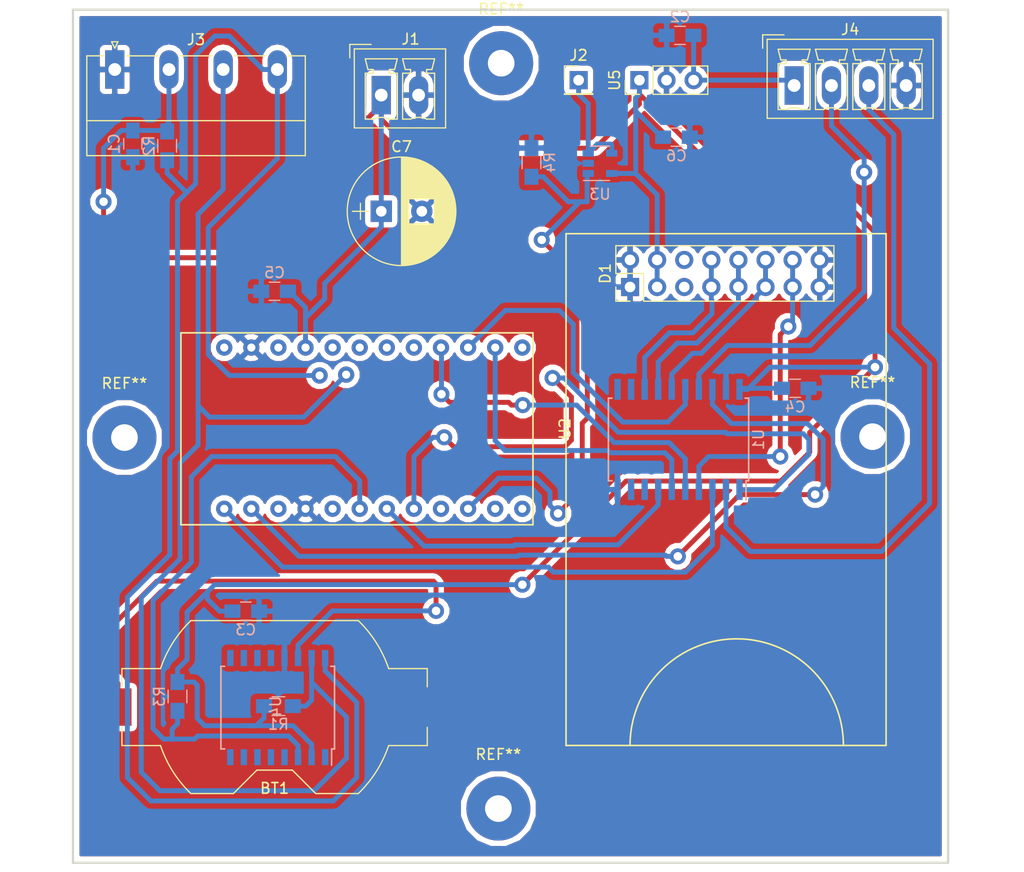
<source format=kicad_pcb>
(kicad_pcb (version 20170123) (host pcbnew "(2017-06-12 revision 8590a2299)-makepkg")
  (title_block (title "Ph logger") (date 2017-06-13) (rev C) (company Ofa))
  (layers (0 F.Cu signal) (31 B.Cu signal) (34 B.Paste user) (35 F.Paste user) (36 B.SilkS user) (37 F.SilkS user) (38 B.Mask user) (39 F.Mask user) (44 Edge.Cuts user))
  (net 0 "")
  (net 1 "Net-(BT1-Pad1)")
  (net 2 GND)
  (net 3 VCC)
  (net 4 "Net-(C2-Pad1)")
  (net 5 SD_CS)
  (net 6 SD_MOSI)
  (net 7 SD_SCK)
  (net 8 SD_MISO)
  (net 9 "Net-(J2-Pad1)")
  (net 10 SCL)
  (net 11 SDA)
  (net 12 TX_UART)
  (net 13 RX_UART)
  (net 14 INT)
  (net 15 GPS_ON)
  (net 16 TX_UART_MCU)
  (net 17 MCU_MISO)
  (net 18 MCU_CS)
  (net 19 MCU_SCK)
  (net 20 MCU_MOSI)
  (net 21 RX_UART_MCU)
  (net 22 SD_ON)
  (module Wire_Pads:SolderWirePad_single_2-5mmDrill (layer F.Cu) (at 172.14 43.01)
    (fp_text reference REF** (at 0 -5.08) (layer F.SilkS))
    (fp_text value SolderWirePad_single_2-5mmDrill)
    (pad 1 thru_hole circle (at 0 0) (size 5.99948 5.99948) (drill 2.49936) (layers *.Cu *.Mask))
  )
  (module Wire_Pads:SolderWirePad_single_2-5mmDrill (layer F.Cu) (at 206.95 78.04)
    (fp_text reference REF** (at 0 -5.08) (layer F.SilkS))
    (fp_text value SolderWirePad_single_2-5mmDrill)
    (pad 1 thru_hole circle (at 0 0) (size 5.99948 5.99948) (drill 2.49936) (layers *.Cu *.Mask))
  )
  (module Wire_Pads:SolderWirePad_single_2-5mmDrill (layer F.Cu) (at 136.826 78.122)
    (fp_text reference REF** (at 0 -5.08) (layer F.SilkS))
    (fp_text value SolderWirePad_single_2-5mmDrill)
    (pad 1 thru_hole circle (at 0 0) (size 5.99948 5.99948) (drill 2.49936) (layers *.Cu *.Mask))
  )
  (module Wire_Pads:SolderWirePad_single_2-5mmDrill (layer F.Cu) (at 171.878 112.92)
    (fp_text reference REF** (at 0 -5.08) (layer F.SilkS))
    (fp_text value SolderWirePad_single_2-5mmDrill)
    (pad 1 thru_hole circle (at 0 0) (size 5.99948 5.99948) (drill 2.49936) (layers *.Cu *.Mask))
  )
  (module Housings_SOIC:SOIC-20W_7.5x12.8mm_Pitch1.27mm (layer B.Cu) (at 188.765 78.3 90)
    (fp_text reference U1 (at 0 7.5 90) (layer B.SilkS) (effects (justify mirror)))
    (fp_text value 74HCT541)
    (pad 20 smd rect (at 4.7 5.715 90) (size 1.95 0.6) (layers B.Cu B.Paste B.Mask) (net 3 VCC))
    (pad 19 smd rect (at 4.7 4.445 90) (size 1.95 0.6) (layers B.Cu B.Paste B.Mask) (net 2 GND))
    (pad 18 smd rect (at 4.7 3.175 90) (size 1.95 0.6) (layers B.Cu B.Paste B.Mask) (net 16 TX_UART_MCU))
    (pad 17 smd rect (at 4.7 1.905 90) (size 1.95 0.6) (layers B.Cu B.Paste B.Mask) (net 13 RX_UART))
    (pad 16 smd rect (at 4.7 0.635 90) (size 1.95 0.6) (layers B.Cu B.Paste B.Mask) (net 17 MCU_MISO))
    (pad 15 smd rect (at 4.7 -0.635 90) (size 1.95 0.6) (layers B.Cu B.Paste B.Mask) (net 7 SD_SCK))
    (pad 14 smd rect (at 4.7 -1.905 90) (size 1.95 0.6) (layers B.Cu B.Paste B.Mask) (net 6 SD_MOSI))
    (pad 13 smd rect (at 4.7 -3.175 90) (size 1.95 0.6) (layers B.Cu B.Paste B.Mask) (net 5 SD_CS))
    (pad 12 smd rect (at 4.7 -4.445 90) (size 1.95 0.6) (layers B.Cu B.Paste B.Mask))
    (pad 11 smd rect (at 4.7 -5.715 90) (size 1.95 0.6) (layers B.Cu B.Paste B.Mask))
    (pad 10 smd rect (at -4.7 -5.715 90) (size 1.95 0.6) (layers B.Cu B.Paste B.Mask) (net 2 GND))
    (pad 9 smd rect (at -4.7 -4.445 90) (size 1.95 0.6) (layers B.Cu B.Paste B.Mask))
    (pad 8 smd rect (at -4.7 -3.175 90) (size 1.95 0.6) (layers B.Cu B.Paste B.Mask))
    (pad 7 smd rect (at -4.7 -1.905 90) (size 1.95 0.6) (layers B.Cu B.Paste B.Mask) (net 18 MCU_CS))
    (pad 6 smd rect (at -4.7 -0.635 90) (size 1.95 0.6) (layers B.Cu B.Paste B.Mask) (net 20 MCU_MOSI))
    (pad 5 smd rect (at -4.7 0.635 90) (size 1.95 0.6) (layers B.Cu B.Paste B.Mask) (net 19 MCU_SCK))
    (pad 4 smd rect (at -4.7 1.905 90) (size 1.95 0.6) (layers B.Cu B.Paste B.Mask) (net 8 SD_MISO))
    (pad 3 smd rect (at -4.7 3.175 90) (size 1.95 0.6) (layers B.Cu B.Paste B.Mask) (net 21 RX_UART_MCU))
    (pad 2 smd rect (at -4.7 4.445 90) (size 1.95 0.6) (layers B.Cu B.Paste B.Mask) (net 12 TX_UART))
    (pad 1 smd rect (at -4.7 5.715 90) (size 1.95 0.6) (layers B.Cu B.Paste B.Mask) (net 22 SD_ON))
  )
  (module Libs:SD-breakout (layer F.Cu) (at 184.22 64 90)
    (fp_text reference D1 (at 1.27 -2.33 90) (layer F.SilkS))
    (fp_text value SD-BREAKOUT)
    (pad 1 thru_hole rect (at 0 0 90) (size 1.7 1.7) (drill 1) (layers *.Cu *.Mask) (net 2 GND))
    (pad 2 thru_hole oval (at 0 2.54 90) (size 1.7 1.7) (drill 1) (layers *.Cu *.Mask) (net 3 VCC))
    (pad 3 thru_hole oval (at 0 5.08 90) (size 1.7 1.7) (drill 1) (layers *.Cu *.Mask))
    (pad 4 thru_hole oval (at 0 7.62 90) (size 1.7 1.7) (drill 1) (layers *.Cu *.Mask) (net 5 SD_CS))
    (pad 5 thru_hole oval (at 0 10.16 90) (size 1.7 1.7) (drill 1) (layers *.Cu *.Mask) (net 6 SD_MOSI))
    (pad 6 thru_hole oval (at 0 12.7 90) (size 1.7 1.7) (drill 1) (layers *.Cu *.Mask) (net 7 SD_SCK))
    (pad 7 thru_hole oval (at 0 15.24 90) (size 1.7 1.7) (drill 1) (layers *.Cu *.Mask) (net 8 SD_MISO))
    (pad 8 thru_hole oval (at 0 17.78 90) (size 1.7 1.7) (drill 1) (layers *.Cu *.Mask) (net 2 GND))
    (pad 9 thru_hole oval (at 2.54 17.78 90) (size 1.7 1.7) (drill 1) (layers *.Cu *.Mask) (net 2 GND))
    (pad 10 thru_hole oval (at 2.54 15.24 90) (size 1.7 1.7) (drill 1) (layers *.Cu *.Mask) (net 8 SD_MISO))
    (pad 11 thru_hole oval (at 2.54 12.7 90) (size 1.7 1.7) (drill 1) (layers *.Cu *.Mask) (net 7 SD_SCK))
    (pad 12 thru_hole oval (at 2.54 10.16 90) (size 1.7 1.7) (drill 1) (layers *.Cu *.Mask) (net 6 SD_MOSI))
    (pad 13 thru_hole oval (at 2.54 7.62 90) (size 1.7 1.7) (drill 1) (layers *.Cu *.Mask) (net 5 SD_CS))
    (pad 14 thru_hole oval (at 2.54 5.08 90) (size 1.7 1.7) (drill 1) (layers *.Cu *.Mask))
    (pad 15 thru_hole oval (at 2.54 2.54 90) (size 1.7 1.7) (drill 1) (layers *.Cu *.Mask) (net 3 VCC))
    (pad 16 thru_hole oval (at 2.54 0 90) (size 1.7 1.7) (drill 1) (layers *.Cu *.Mask) (net 2 GND))
  )
  (module Capacitors_THT:CP_Radial_D10.0mm_P3.80mm (layer F.Cu) (at 160.9 56.9)
    (fp_text reference C7 (at 1.9 -6.06) (layer F.SilkS))
    (fp_text value 220u)
    (pad 2 thru_hole circle (at 3.8 0) (size 2 2) (drill 1) (layers *.Cu *.Mask) (net 2 GND))
    (pad 1 thru_hole rect (at 0 0) (size 2 2) (drill 1) (layers *.Cu *.Mask) (net 3 VCC))
  )
  (module Battery_Holders:Keystone_1058_1x2032-CoinCell (layer F.Cu) (at 150.9 103.4)
    (fp_text reference BT1 (at 0 7.62) (layer F.SilkS))
    (fp_text value Battery_Cell)
    (pad 1 smd rect (at -14.68 0) (size 2.54 3.51) (layers F.Cu F.Paste F.Mask) (net 1 "Net-(BT1-Pad1)"))
    (pad 2 smd rect (at 14.68 0) (size 2.54 3.51) (layers F.Cu F.Paste F.Mask) (net 2 GND))
  )
  (module Capacitors_SMD:C_0805_HandSoldering (layer B.Cu) (at 137.61 50.57 270)
    (fp_text reference C1 (at 0 1.75 270) (layer B.SilkS) (effects (justify mirror)))
    (fp_text value 1u)
    (pad 1 smd rect (at -1.25 0 270) (size 1.5 1.25) (layers B.Cu B.Paste B.Mask) (net 3 VCC))
    (pad 2 smd rect (at 1.25 0 270) (size 1.5 1.25) (layers B.Cu B.Paste B.Mask) (net 2 GND))
  )
  (module Capacitors_SMD:C_0805_HandSoldering (layer B.Cu) (at 188.9 40.4 180)
    (fp_text reference C2 (at 0 1.75 180) (layer B.SilkS) (effects (justify mirror)))
    (fp_text value 1u)
    (pad 1 smd rect (at -1.25 0 180) (size 1.5 1.25) (layers B.Cu B.Paste B.Mask) (net 4 "Net-(C2-Pad1)"))
    (pad 2 smd rect (at 1.25 0 180) (size 1.5 1.25) (layers B.Cu B.Paste B.Mask) (net 2 GND))
  )
  (module Capacitors_SMD:C_0805_HandSoldering (layer B.Cu) (at 148.2 94.4)
    (fp_text reference C3 (at 0 1.75) (layer B.SilkS) (effects (justify mirror)))
    (fp_text value 0,1u)
    (pad 1 smd rect (at -1.25 0) (size 1.5 1.25) (layers B.Cu B.Paste B.Mask) (net 3 VCC))
    (pad 2 smd rect (at 1.25 0) (size 1.5 1.25) (layers B.Cu B.Paste B.Mask) (net 2 GND))
  )
  (module Capacitors_SMD:C_0805_HandSoldering (layer B.Cu) (at 199.7 73.5)
    (fp_text reference C4 (at 0 1.75) (layer B.SilkS) (effects (justify mirror)))
    (fp_text value 0,1u)
    (pad 2 smd rect (at 1.25 0) (size 1.5 1.25) (layers B.Cu B.Paste B.Mask) (net 2 GND))
    (pad 1 smd rect (at -1.25 0) (size 1.5 1.25) (layers B.Cu B.Paste B.Mask) (net 3 VCC))
  )
  (module Capacitors_SMD:C_0805_HandSoldering (layer B.Cu) (at 150.9 64.4 180)
    (fp_text reference C5 (at 0 1.75 180) (layer B.SilkS) (effects (justify mirror)))
    (fp_text value 0,1u)
    (pad 2 smd rect (at 1.25 0 180) (size 1.5 1.25) (layers B.Cu B.Paste B.Mask) (net 2 GND))
    (pad 1 smd rect (at -1.25 0 180) (size 1.5 1.25) (layers B.Cu B.Paste B.Mask) (net 3 VCC))
  )
  (module Capacitors_SMD:C_0805_HandSoldering (layer B.Cu) (at 188.57 49.95)
    (fp_text reference C6 (at 0 1.75) (layer B.SilkS) (effects (justify mirror)))
    (fp_text value 0,1u)
    (pad 2 smd rect (at 1.25 0) (size 1.5 1.25) (layers B.Cu B.Paste B.Mask) (net 2 GND))
    (pad 1 smd rect (at -1.25 0) (size 1.5 1.25) (layers B.Cu B.Paste B.Mask) (net 3 VCC))
  )
  (module Connectors_Phoenix:PhoenixContact_MCV-G_02x3.50mm_Vertical (layer F.Cu) (at 160.9 46)
    (fp_text reference J1 (at 2.75 -5.25) (layer F.SilkS))
    (fp_text value "BATTERI CON")
    (pad 2 thru_hole oval (at 3.5 0) (size 1.8 3.6) (drill 1.2) (layers *.Cu *.Mask) (net 2 GND))
    (pad 1 thru_hole rect (at 0 0) (size 1.8 3.6) (drill 1.2) (layers *.Cu *.Mask) (net 3 VCC))
  )
  (module Pin_Headers:Pin_Header_Straight_1x01_Pitch2.54mm (layer F.Cu) (at 179.4 44.6)
    (fp_text reference J2 (at 0 -2.33) (layer F.SilkS))
    (fp_text value boost_conv_ena)
    (pad 1 thru_hole rect (at 0 0) (size 1.7 1.7) (drill 1) (layers *.Cu *.Mask) (net 9 "Net-(J2-Pad1)"))
  )
  (module Connectors_Phoenix:PhoenixContact_MC-G_04x5.08mm_Angled (layer F.Cu) (at 135.92 43.6)
    (fp_text reference J3 (at 7.62 -2.8) (layer F.SilkS))
    (fp_text value PH_PROBE)
    (pad 4 thru_hole oval (at 15.24 0) (size 1.8 3.6) (drill 1.2) (layers *.Cu *.Mask) (net 10 SCL))
    (pad 3 thru_hole oval (at 10.16 0) (size 1.8 3.6) (drill 1.2) (layers *.Cu *.Mask) (net 11 SDA))
    (pad 2 thru_hole oval (at 5.08 0) (size 1.8 3.6) (drill 1.2) (layers *.Cu *.Mask) (net 3 VCC))
    (pad 1 thru_hole rect (at 0 0) (size 1.8 3.6) (drill 1.2) (layers *.Cu *.Mask) (net 2 GND))
  )
  (module Connectors_Phoenix:PhoenixContact_MCV-G_04x3.50mm_Vertical (layer F.Cu) (at 199.6 45.1)
    (fp_text reference J4 (at 5.25 -5.25) (layer F.SilkS))
    (fp_text value GPS)
    (pad 4 thru_hole oval (at 10.5 0) (size 1.8 3.6) (drill 1.2) (layers *.Cu *.Mask) (net 2 GND))
    (pad 3 thru_hole oval (at 7 0) (size 1.8 3.6) (drill 1.2) (layers *.Cu *.Mask) (net 12 TX_UART))
    (pad 2 thru_hole oval (at 3.5 0) (size 1.8 3.6) (drill 1.2) (layers *.Cu *.Mask) (net 13 RX_UART))
    (pad 1 thru_hole rect (at 0 0) (size 1.8 3.6) (drill 1.2) (layers *.Cu *.Mask) (net 4 "Net-(C2-Pad1)"))
  )
  (module Resistors_SMD:R_0805_HandSoldering (layer B.Cu) (at 151.26 103.31)
    (fp_text reference R1 (at 0 1.7) (layer B.SilkS) (effects (justify mirror)))
    (fp_text value 4k7)
    (pad 2 smd rect (at 1.35 0) (size 1.5 1.3) (layers B.Cu B.Paste B.Mask) (net 11 SDA))
    (pad 1 smd rect (at -1.35 0) (size 1.5 1.3) (layers B.Cu B.Paste B.Mask) (net 3 VCC))
  )
  (module Resistors_SMD:R_0805_HandSoldering (layer B.Cu) (at 140.83 50.76 270)
    (fp_text reference R2 (at 0 1.7 270) (layer B.SilkS) (effects (justify mirror)))
    (fp_text value 4k7)
    (pad 1 smd rect (at -1.35 0 270) (size 1.5 1.3) (layers B.Cu B.Paste B.Mask) (net 3 VCC))
    (pad 2 smd rect (at 1.35 0 270) (size 1.5 1.3) (layers B.Cu B.Paste B.Mask) (net 10 SCL))
  )
  (module Resistors_SMD:R_0805_HandSoldering (layer B.Cu) (at 141.8 102.4 270)
    (fp_text reference R3 (at 0 1.7 270) (layer B.SilkS) (effects (justify mirror)))
    (fp_text value 10K)
    (pad 1 smd rect (at -1.35 0 270) (size 1.5 1.3) (layers B.Cu B.Paste B.Mask) (net 3 VCC))
    (pad 2 smd rect (at 1.35 0 270) (size 1.5 1.3) (layers B.Cu B.Paste B.Mask) (net 14 INT))
  )
  (module Resistors_SMD:R_0805_HandSoldering (layer B.Cu) (at 174.98 52.31 90)
    (fp_text reference R4 (at 0 1.7 90) (layer B.SilkS) (effects (justify mirror)))
    (fp_text value 10k)
    (pad 2 smd rect (at 1.35 0 90) (size 1.5 1.3) (layers B.Cu B.Paste B.Mask) (net 2 GND))
    (pad 1 smd rect (at -1.35 0 90) (size 1.5 1.3) (layers B.Cu B.Paste B.Mask) (net 15 GPS_ON))
  )
  (module Libs:Pro-mini-deek-noheaders (layer F.Cu) (at 174.12 77.3 90)
    (fp_text reference U2 (at 0 4 90) (layer F.SilkS))
    (fp_text value pro-mini-deek)
    (pad 1 thru_hole circle (at -7.5 -27.94 90) (size 1.524 1.524) (drill 0.762) (layers *.Cu *.Mask) (net 21 RX_UART_MCU))
    (pad 2 thru_hole circle (at -7.5 -25.4 90) (size 1.524 1.524) (drill 0.762) (layers *.Cu *.Mask) (net 16 TX_UART_MCU))
    (pad 3 thru_hole circle (at -7.5 -22.86 90) (size 1.524 1.524) (drill 0.762) (layers *.Cu *.Mask))
    (pad 4 thru_hole circle (at -7.5 -20.32 90) (size 1.524 1.524) (drill 0.762) (layers *.Cu *.Mask) (net 2 GND))
    (pad 5 thru_hole circle (at -7.5 -17.78 90) (size 1.524 1.524) (drill 0.762) (layers *.Cu *.Mask))
    (pad 6 thru_hole circle (at -7.5 -15.24 90) (size 1.524 1.524) (drill 0.762) (layers *.Cu *.Mask) (net 14 INT))
    (pad 7 thru_hole circle (at -7.5 -12.7 90) (size 1.524 1.524) (drill 0.762) (layers *.Cu *.Mask) (net 18 MCU_CS))
    (pad 8 thru_hole circle (at -7.5 -10.16 90) (size 1.524 1.524) (drill 0.762) (layers *.Cu *.Mask) (net 22 SD_ON))
    (pad 9 thru_hole circle (at -7.5 -7.62 90) (size 1.524 1.524) (drill 0.762) (layers *.Cu *.Mask))
    (pad 10 thru_hole circle (at -7.5 -5.08 90) (size 1.524 1.524) (drill 0.762) (layers *.Cu *.Mask) (net 15 GPS_ON))
    (pad 11 thru_hole circle (at -7.5 -2.54 90) (size 1.524 1.524) (drill 0.762) (layers *.Cu *.Mask))
    (pad 12 thru_hole circle (at -7.5 0 90) (size 1.524 1.524) (drill 0.762) (layers *.Cu *.Mask))
    (pad 13 thru_hole circle (at 7.62 0 90) (size 1.524 1.524) (drill 0.762) (layers *.Cu *.Mask))
    (pad 14 thru_hole circle (at 7.62 -2.54 90) (size 1.524 1.524) (drill 0.762) (layers *.Cu *.Mask) (net 20 MCU_MOSI))
    (pad 15 thru_hole circle (at 7.62 -5.08 90) (size 1.524 1.524) (drill 0.762) (layers *.Cu *.Mask) (net 17 MCU_MISO))
    (pad 16 thru_hole circle (at 7.62 -7.62 90) (size 1.524 1.524) (drill 0.762) (layers *.Cu *.Mask) (net 19 MCU_SCK))
    (pad 17 thru_hole circle (at 7.62 -10.16 90) (size 1.524 1.524) (drill 0.762) (layers *.Cu *.Mask))
    (pad 18 thru_hole circle (at 7.62 -12.7 90) (size 1.524 1.524) (drill 0.762) (layers *.Cu *.Mask))
    (pad 19 thru_hole circle (at 7.62 -15.24 90) (size 1.524 1.524) (drill 0.762) (layers *.Cu *.Mask))
    (pad 20 thru_hole circle (at 7.62 -17.78 90) (size 1.524 1.524) (drill 0.762) (layers *.Cu *.Mask))
    (pad 21 thru_hole circle (at 5.08 -16.51 90) (size 1.524 1.524) (drill 0.762) (layers *.Cu *.Mask) (net 11 SDA))
    (pad 22 thru_hole circle (at 5 -19 90) (size 1.524 1.524) (drill 0.762) (layers *.Cu *.Mask) (net 10 SCL))
    (pad 23 thru_hole circle (at 7.62 -20.32 90) (size 1.524 1.524) (drill 0.762) (layers *.Cu *.Mask) (net 3 VCC))
    (pad 24 thru_hole circle (at 7.62 -22.86 90) (size 1.524 1.524) (drill 0.762) (layers *.Cu *.Mask))
    (pad 25 thru_hole circle (at 7.62 -25.4 90) (size 1.524 1.524) (drill 0.762) (layers *.Cu *.Mask) (net 2 GND))
    (pad 26 thru_hole circle (at 7.62 -27.94 90) (size 1.524 1.524) (drill 0.762) (layers *.Cu *.Mask))
  )
  (module TO_SOT_Packages_SMD:SOT-23-5 (layer B.Cu) (at 181.4 52.4)
    (fp_text reference U3 (at 0 2.9) (layer B.SilkS) (effects (justify mirror)))
    (fp_text value LM321)
    (pad 5 smd rect (at 1.1 0.95) (size 1.06 0.65) (layers B.Cu B.Paste B.Mask) (net 3 VCC))
    (pad 4 smd rect (at 1.1 -0.95) (size 1.06 0.65) (layers B.Cu B.Paste B.Mask) (net 9 "Net-(J2-Pad1)"))
    (pad 3 smd rect (at -1.1 -0.95) (size 1.06 0.65) (layers B.Cu B.Paste B.Mask) (net 9 "Net-(J2-Pad1)"))
    (pad 2 smd rect (at -1.1 0) (size 1.06 0.65) (layers B.Cu B.Paste B.Mask) (net 2 GND))
    (pad 1 smd rect (at -1.1 0.95) (size 1.06 0.65) (layers B.Cu B.Paste B.Mask) (net 15 GPS_ON))
  )
  (module Housings_SOIC:SOIC-16W_7.5x10.3mm_Pitch1.27mm (layer B.Cu) (at 151.195 103.45 90)
    (fp_text reference U4 (at 0.1 -0.2 90) (layer B.SilkS) (effects (justify mirror)))
    (fp_text value DS3231)
    (pad 16 smd rect (at 4.65 4.445 90) (size 1.5 0.6) (layers B.Cu B.Paste B.Mask) (net 10 SCL))
    (pad 15 smd rect (at 4.65 3.175 90) (size 1.5 0.6) (layers B.Cu B.Paste B.Mask) (net 11 SDA))
    (pad 14 smd rect (at 4.65 1.905 90) (size 1.5 0.6) (layers B.Cu B.Paste B.Mask) (net 1 "Net-(BT1-Pad1)"))
    (pad 13 smd rect (at 4.65 0.635 90) (size 1.5 0.6) (layers B.Cu B.Paste B.Mask) (net 2 GND))
    (pad 12 smd rect (at 4.65 -0.635 90) (size 1.5 0.6) (layers B.Cu B.Paste B.Mask))
    (pad 11 smd rect (at 4.65 -1.905 90) (size 1.5 0.6) (layers B.Cu B.Paste B.Mask))
    (pad 10 smd rect (at 4.65 -3.175 90) (size 1.5 0.6) (layers B.Cu B.Paste B.Mask))
    (pad 9 smd rect (at 4.65 -4.445 90) (size 1.5 0.6) (layers B.Cu B.Paste B.Mask))
    (pad 8 smd rect (at -4.65 -4.445 90) (size 1.5 0.6) (layers B.Cu B.Paste B.Mask))
    (pad 7 smd rect (at -4.65 -3.175 90) (size 1.5 0.6) (layers B.Cu B.Paste B.Mask))
    (pad 6 smd rect (at -4.65 -1.905 90) (size 1.5 0.6) (layers B.Cu B.Paste B.Mask))
    (pad 5 smd rect (at -4.65 -0.635 90) (size 1.5 0.6) (layers B.Cu B.Paste B.Mask))
    (pad 4 smd rect (at -4.65 0.635 90) (size 1.5 0.6) (layers B.Cu B.Paste B.Mask))
    (pad 3 smd rect (at -4.65 1.905 90) (size 1.5 0.6) (layers B.Cu B.Paste B.Mask) (net 14 INT))
    (pad 2 smd rect (at -4.65 3.175 90) (size 1.5 0.6) (layers B.Cu B.Paste B.Mask) (net 3 VCC))
    (pad 1 smd rect (at -4.65 4.445 90) (size 1.5 0.6) (layers B.Cu B.Paste B.Mask))
  )
  (module Pin_Headers:Pin_Header_Straight_1x03_Pitch2.54mm (layer F.Cu) (at 185.1 44.6 90)
    (fp_text reference U5 (at 0 -2.33 90) (layer F.SilkS))
    (fp_text value 3-pin-BoostConv)
    (pad 3 thru_hole oval (at 0 5.08 90) (size 1.7 1.7) (drill 1) (layers *.Cu *.Mask) (net 4 "Net-(C2-Pad1)"))
    (pad 2 thru_hole oval (at 0 2.54 90) (size 1.7 1.7) (drill 1) (layers *.Cu *.Mask) (net 2 GND))
    (pad 1 thru_hole rect (at 0 0 90) (size 1.7 1.7) (drill 1) (layers *.Cu *.Mask) (net 3 VCC))
  )
  (gr_line (start 132 118) (end 132 37.99) (layer Edge.Cuts) (width 0.2))
  (gr_line (start 214.042 118) (end 132 118) (layer Edge.Cuts) (width 0.2))
  (gr_line (start 214.042 37.99) (end 214.042 118) (layer Edge.Cuts) (width 0.2))
  (gr_line (start 132 37.99) (end 214.042 37.99) (layer Edge.Cuts) (width 0.2))
  (gr_line (start 132 38) (end 214 38) (layer F.SilkS) (width 0.2))
  (gr_line (start 132 118) (end 132 38) (layer F.SilkS) (width 0.2))
  (gr_line (start 214 118) (end 214 38) (layer F.SilkS) (width 0.2))
  (gr_line (start 132 118) (end 214 118) (layer F.SilkS) (width 0.2))
  (segment (start 136.22 103.4) (end 136.22 101.185) (width 0.46) (layer F.Cu) (net 1))
  (segment (start 136.22 101.185) (end 135.302 100.267) (width 0.46) (layer F.Cu) (net 1))
  (segment (start 135.302 100.267) (end 135.302 96.156) (width 0.46) (layer F.Cu) (net 1))
  (segment (start 165.782 91.584) (end 166.036 91.838) (width 0.46) (layer F.Cu) (net 1))
  (segment (start 135.302 96.156) (end 139.874 91.584) (width 0.46) (layer F.Cu) (net 1))
  (segment (start 139.874 91.584) (end 165.782 91.584) (width 0.46) (layer F.Cu) (net 1))
  (segment (start 166.036 91.838) (end 166.036 94.378) (width 0.46) (layer F.Cu) (net 1))
  (segment (start 156.312 94.378) (end 166.036 94.378) (width 0.46) (layer B.Cu) (net 1))
  (segment (start 153.1 97.59) (end 156.312 94.378) (width 0.46) (layer B.Cu) (net 1))
  (segment (start 153.1 98.8) (end 153.1 97.59) (width 0.46) (layer B.Cu) (net 1))
  (via (at 166.036 94.378) (size 1.5) (drill 0.8) (layers F.Cu B.Cu) (net 1))
  (segment (start 137.46 51.6) (end 137.46 51.5) (width 0.46) (layer B.Cu) (net 2))
  (segment (start 174.88 91.170001) (end 174.130001 91.92) (width 0.46) (layer F.Cu) (net 3))
  (segment (start 183.850001 82.2) (end 174.88 91.170001) (width 0.46) (layer F.Cu) (net 3))
  (segment (start 198.35 82.2) (end 183.850001 82.2) (width 0.46) (layer F.Cu) (net 3))
  (segment (start 201.06 77.641982) (end 201.06 79.49) (width 0.46) (layer F.Cu) (net 3))
  (segment (start 207.184 71.517982) (end 201.06 77.641982) (width 0.46) (layer F.Cu) (net 3))
  (segment (start 173.069341 91.92) (end 174.130001 91.92) (width 0.46) (layer B.Cu) (net 3))
  (via (at 174.130001 91.92) (size 1.5) (drill 0.8) (layers F.Cu B.Cu) (net 3))
  (segment (start 145.28 91.92) (end 173.069341 91.92) (width 0.46) (layer B.Cu) (net 3))
  (segment (start 201.06 79.49) (end 198.35 82.2) (width 0.46) (layer F.Cu) (net 3))
  (segment (start 144.6 92.6) (end 145.28 91.92) (width 0.46) (layer B.Cu) (net 3))
  (segment (start 180.96 50.98) (end 185.1 46.84) (width 0.46) (layer F.Cu) (net 3))
  (segment (start 185.1 46.84) (end 185.1 44.6) (width 0.46) (layer F.Cu) (net 3))
  (segment (start 163.62 50.98) (end 180.96 50.98) (width 0.46) (layer F.Cu) (net 3))
  (segment (start 160.9 46) (end 160.9 48.26) (width 0.46) (layer F.Cu) (net 3))
  (segment (start 160.9 48.26) (end 163.62 50.98) (width 0.46) (layer F.Cu) (net 3))
  (segment (start 200.5 52.2) (end 207.184 58.884) (width 0.46) (layer F.Cu) (net 3))
  (segment (start 185.1 45.91) (end 191.39 52.2) (width 0.46) (layer F.Cu) (net 3))
  (segment (start 185.1 44.6) (end 185.1 45.91) (width 0.46) (layer F.Cu) (net 3))
  (segment (start 195.24 73.6) (end 197.322018 71.517982) (width 0.46) (layer B.Cu) (net 3))
  (segment (start 207.184 58.884) (end 207.184 71.517982) (width 0.46) (layer F.Cu) (net 3))
  (segment (start 194.48 73.6) (end 195.24 73.6) (width 0.46) (layer B.Cu) (net 3))
  (segment (start 197.322018 71.517982) (end 207.184 71.517982) (width 0.46) (layer B.Cu) (net 3))
  (via (at 207.184 71.517982) (size 1.5) (drill 0.8) (layers F.Cu B.Cu) (net 3))
  (segment (start 191.39 52.2) (end 200.5 52.2) (width 0.46) (layer F.Cu) (net 3))
  (segment (start 186.76 61.46) (end 186.76 55.36) (width 0.46) (layer B.Cu) (net 3))
  (segment (start 186.76 55.36) (end 184.75 53.35) (width 0.46) (layer B.Cu) (net 3))
  (segment (start 134.87 56) (end 134.87 50.975) (width 0.46) (layer B.Cu) (net 3))
  (segment (start 134.87 50.975) (end 136.525 49.32) (width 0.46) (layer B.Cu) (net 3))
  (segment (start 136.525 49.32) (end 137.61 49.32) (width 0.46) (layer B.Cu) (net 3))
  (segment (start 138.4 61.25) (end 134.87 57.72) (width 0.46) (layer F.Cu) (net 3))
  (segment (start 134.87 57.72) (end 134.87 56) (width 0.46) (layer F.Cu) (net 3))
  (via (at 134.87 56) (size 1.5) (drill 0.8) (layers F.Cu B.Cu) (net 3))
  (segment (start 146.55 61.25) (end 138.4 61.25) (width 0.46) (layer F.Cu) (net 3))
  (segment (start 160.9 46) (end 160.9 46.9) (width 0.46) (layer F.Cu) (net 3))
  (segment (start 160.9 46.9) (end 146.55 61.25) (width 0.46) (layer F.Cu) (net 3))
  (segment (start 187.32 49.95) (end 187.195 49.95) (width 0.46) (layer B.Cu) (net 3))
  (segment (start 187.195 49.95) (end 184.75 47.505) (width 0.46) (layer B.Cu) (net 3))
  (segment (start 184.75 47.505) (end 184.75 46.26) (width 0.46) (layer B.Cu) (net 3))
  (segment (start 184.75 46.26) (end 184.75 53.35) (width 0.46) (layer B.Cu) (net 3))
  (segment (start 143.65 101.35) (end 143.35 101.05) (width 0.46) (layer B.Cu) (net 3))
  (segment (start 143.35 101.05) (end 141.8 101.05) (width 0.46) (layer B.Cu) (net 3))
  (segment (start 143.65 104.45) (end 143.65 101.35) (width 0.46) (layer B.Cu) (net 3))
  (segment (start 144.35 105.15) (end 143.65 104.45) (width 0.46) (layer B.Cu) (net 3))
  (segment (start 148.35 105.15) (end 144.35 105.15) (width 0.46) (layer B.Cu) (net 3))
  (segment (start 152.63 105.15) (end 148.35 105.15) (width 0.46) (layer B.Cu) (net 3))
  (segment (start 149.91 103.31) (end 149.91 104.42) (width 0.46) (layer B.Cu) (net 3))
  (segment (start 149.91 104.42) (end 149.18 105.15) (width 0.46) (layer B.Cu) (net 3))
  (segment (start 149.18 105.15) (end 148.35 105.15) (width 0.46) (layer B.Cu) (net 3))
  (segment (start 154.37 108.1) (end 154.37 106.89) (width 0.46) (layer B.Cu) (net 3))
  (segment (start 154.37 106.89) (end 152.63 105.15) (width 0.46) (layer B.Cu) (net 3))
  (segment (start 137.61 49.32) (end 140.74 49.32) (width 0.46) (layer B.Cu) (net 3))
  (segment (start 140.74 49.32) (end 140.83 49.41) (width 0.46) (layer B.Cu) (net 3))
  (segment (start 140.75 48.8) (end 140.8 48.75) (width 0.46) (layer B.Cu) (net 3))
  (segment (start 142.7 94.5) (end 144.6 92.6) (width 0.46) (layer B.Cu) (net 3))
  (segment (start 146.95 94.4) (end 145.74 94.4) (width 0.46) (layer B.Cu) (net 3))
  (segment (start 145.74 94.4) (end 144.6 93.26) (width 0.46) (layer B.Cu) (net 3))
  (segment (start 144.6 93.26) (end 144.6 92.6) (width 0.46) (layer B.Cu) (net 3))
  (segment (start 141.8 101.05) (end 141.8 99.84) (width 0.46) (layer B.Cu) (net 3))
  (segment (start 141.8 99.84) (end 142.7 98.94) (width 0.46) (layer B.Cu) (net 3))
  (segment (start 142.7 98.94) (end 142.7 94.5) (width 0.46) (layer B.Cu) (net 3))
  (segment (start 160.9 56.9) (end 160.9 46) (width 0.46) (layer B.Cu) (net 3))
  (segment (start 153.8 69.68) (end 153.8 66.9) (width 0.46) (layer B.Cu) (net 3))
  (segment (start 153.8 66.9) (end 153.8 65.925) (width 0.46) (layer B.Cu) (net 3))
  (segment (start 155.6 63.66) (end 155.6 65.1) (width 0.46) (layer B.Cu) (net 3))
  (segment (start 155.6 65.1) (end 153.8 66.9) (width 0.46) (layer B.Cu) (net 3))
  (segment (start 160.9 56.9) (end 160.9 58.36) (width 0.46) (layer B.Cu) (net 3))
  (segment (start 160.9 58.36) (end 155.6 63.66) (width 0.46) (layer B.Cu) (net 3))
  (segment (start 141 43.6) (end 141 48.55) (width 0.46) (layer B.Cu) (net 3))
  (segment (start 141 48.55) (end 140.8 48.75) (width 0.46) (layer B.Cu) (net 3))
  (segment (start 153.8 65.925) (end 152.275 64.4) (width 0.46) (layer B.Cu) (net 3))
  (segment (start 152.275 64.4) (end 152.15 64.4) (width 0.46) (layer B.Cu) (net 3))
  (segment (start 198.45 73.5) (end 194.58 73.5) (width 0.46) (layer B.Cu) (net 3))
  (segment (start 194.58 73.5) (end 194.48 73.6) (width 0.46) (layer B.Cu) (net 3))
  (segment (start 194.48 73.6) (end 194.48 74.275) (width 0.46) (layer B.Cu) (net 3))
  (segment (start 185.1 44.6) (end 185.1 45.91) (width 0.46) (layer B.Cu) (net 3))
  (segment (start 185.1 45.91) (end 184.75 46.26) (width 0.46) (layer B.Cu) (net 3))
  (segment (start 184.75 53.35) (end 182.5 53.35) (width 0.46) (layer B.Cu) (net 3))
  (segment (start 186.76 61.46) (end 186.76 64) (width 0.46) (layer B.Cu) (net 3))
  (segment (start 190.18 44.6) (end 190.18 40.43) (width 0.46) (layer B.Cu) (net 4))
  (segment (start 190.18 40.43) (end 190.15 40.4) (width 0.46) (layer B.Cu) (net 4))
  (segment (start 190.18 44.6) (end 199.1 44.6) (width 0.46) (layer B.Cu) (net 4))
  (segment (start 199.1 44.6) (end 199.6 45.1) (width 0.46) (layer B.Cu) (net 4))
  (segment (start 187.9 68.3) (end 185.59 70.61) (width 0.46) (layer B.Cu) (net 5))
  (segment (start 185.59 70.61) (end 185.59 73.6) (width 0.46) (layer B.Cu) (net 5))
  (segment (start 190.1 68.3) (end 187.9 68.3) (width 0.46) (layer B.Cu) (net 5))
  (segment (start 191.9 66.5) (end 190.1 68.3) (width 0.46) (layer B.Cu) (net 5))
  (segment (start 191.9 65.262081) (end 191.9 66.5) (width 0.46) (layer B.Cu) (net 5))
  (segment (start 191.84 64) (end 191.84 65.202081) (width 0.46) (layer B.Cu) (net 5))
  (segment (start 191.84 65.202081) (end 191.9 65.262081) (width 0.46) (layer B.Cu) (net 5))
  (segment (start 191.84 61.46) (end 191.84 64) (width 0.46) (layer B.Cu) (net 5))
  (segment (start 186.86 71.04) (end 186.86 73.6) (width 0.46) (layer B.Cu) (net 6))
  (segment (start 188.639989 69.260011) (end 186.86 71.04) (width 0.46) (layer B.Cu) (net 6))
  (segment (start 190.497649 69.260011) (end 188.639989 69.260011) (width 0.46) (layer B.Cu) (net 6))
  (segment (start 194.38 65.37766) (end 190.497649 69.260011) (width 0.46) (layer B.Cu) (net 6))
  (segment (start 194.38 64) (end 194.38 65.37766) (width 0.46) (layer B.Cu) (net 6))
  (segment (start 194.38 64) (end 194.3 64.08) (width 0.46) (layer B.Cu) (net 6))
  (segment (start 194.38 61.46) (end 194.38 64) (width 0.46) (layer B.Cu) (net 6))
  (segment (start 188.13 72.165) (end 188.13 73.6) (width 0.46) (layer B.Cu) (net 7))
  (segment (start 190.074978 70.220022) (end 188.13 72.165) (width 0.46) (layer B.Cu) (net 7))
  (segment (start 196.070001 65.045319) (end 190.895298 70.220022) (width 0.46) (layer B.Cu) (net 7))
  (segment (start 196.070001 64.849999) (end 196.070001 65.045319) (width 0.46) (layer B.Cu) (net 7))
  (segment (start 196.92 64) (end 196.070001 64.849999) (width 0.46) (layer B.Cu) (net 7))
  (segment (start 190.895298 70.220022) (end 190.074978 70.220022) (width 0.46) (layer B.Cu) (net 7))
  (segment (start 196.92 61.46) (end 196.92 64) (width 0.46) (layer B.Cu) (net 7))
  (segment (start 190.67 83) (end 190.67 80.81) (width 0.46) (layer B.Cu) (net 8))
  (segment (start 190.67 80.81) (end 191.58 79.9) (width 0.46) (layer B.Cu) (net 8))
  (segment (start 191.58 79.9) (end 198.3 79.9) (width 0.46) (layer B.Cu) (net 8))
  (segment (start 199.46 67.304) (end 199.056 67.708) (width 0.46) (layer B.Cu) (net 8))
  (segment (start 198.3 68.464) (end 199.056 67.708) (width 0.46) (layer F.Cu) (net 8))
  (via (at 199.056 67.708) (size 1.5) (drill 0.8) (layers F.Cu B.Cu) (net 8))
  (segment (start 198.3 79.9) (end 198.3 68.464) (width 0.46) (layer F.Cu) (net 8))
  (segment (start 199.46 64) (end 199.46 67.304) (width 0.46) (layer B.Cu) (net 8))
  (via (at 198.3 79.9) (size 1.5) (drill 0.8) (layers F.Cu B.Cu) (net 8))
  (segment (start 199.46 61.46) (end 199.46 64) (width 0.46) (layer B.Cu) (net 8))
  (segment (start 182.435 50.6) (end 181.15 50.6) (width 0.46) (layer B.Cu) (net 9))
  (segment (start 181.15 50.6) (end 180.405001 51.344999) (width 0.46) (layer B.Cu) (net 9))
  (segment (start 182.5 51.45) (end 182.5 50.665) (width 0.46) (layer B.Cu) (net 9))
  (segment (start 182.5 50.665) (end 182.435 50.6) (width 0.46) (layer B.Cu) (net 9))
  (segment (start 179.4 44.6) (end 179.4 45.91) (width 0.46) (layer B.Cu) (net 9))
  (segment (start 179.4 45.91) (end 180.3 46.81) (width 0.46) (layer B.Cu) (net 9))
  (segment (start 180.3 46.81) (end 180.3 51.344999) (width 0.46) (layer B.Cu) (net 9))
  (segment (start 140.83 52.11) (end 140.83 53.32) (width 0.46) (layer B.Cu) (net 10))
  (segment (start 149.8 43.6) (end 151.16 43.6) (width 0.46) (layer B.Cu) (net 10))
  (segment (start 137.1 93.08468) (end 141.079978 89.104702) (width 0.46) (layer B.Cu) (net 10))
  (segment (start 137.1 110) (end 137.1 93.08468) (width 0.46) (layer B.Cu) (net 10))
  (segment (start 155.64 98.8) (end 155.64 100.01) (width 0.46) (layer B.Cu) (net 10))
  (segment (start 155.64 100.01) (end 158.6 102.97) (width 0.46) (layer B.Cu) (net 10))
  (segment (start 158.6 102.97) (end 158.6 110) (width 0.46) (layer B.Cu) (net 10))
  (segment (start 158.6 110) (end 156.4 112.2) (width 0.46) (layer B.Cu) (net 10))
  (segment (start 156.4 112.2) (end 139.3 112.2) (width 0.46) (layer B.Cu) (net 10))
  (segment (start 139.3 112.2) (end 137.1 110) (width 0.46) (layer B.Cu) (net 10))
  (segment (start 151.16 51.94) (end 151.16 43.6) (width 0.46) (layer B.Cu) (net 10))
  (segment (start 155.12 72.3) (end 146.65766 72.3) (width 0.46) (layer B.Cu) (net 10))
  (segment (start 146.65766 72.3) (end 144.687999 70.330339) (width 0.46) (layer B.Cu) (net 10))
  (segment (start 144.687999 58.412001) (end 151.16 51.94) (width 0.46) (layer B.Cu) (net 10))
  (segment (start 144.687999 70.330339) (end 144.687999 58.412001) (width 0.46) (layer B.Cu) (net 10))
  (segment (start 141.8 79.38468) (end 141.8 56) (width 0.46) (layer B.Cu) (net 10))
  (segment (start 141.079978 89.104702) (end 141.079978 80.104702) (width 0.46) (layer B.Cu) (net 10))
  (segment (start 141.079978 80.104702) (end 141.8 79.38468) (width 0.46) (layer B.Cu) (net 10))
  (segment (start 141.8 56) (end 142.69 55.11) (width 0.46) (layer B.Cu) (net 10))
  (segment (start 142.69 55.11) (end 143.5 54.3) (width 0.46) (layer B.Cu) (net 10))
  (segment (start 140.83 53.32) (end 142.62 55.11) (width 0.46) (layer B.Cu) (net 10))
  (segment (start 142.62 55.11) (end 142.69 55.11) (width 0.46) (layer B.Cu) (net 10))
  (segment (start 143.5 42.25766) (end 145.297649 40.460011) (width 0.46) (layer B.Cu) (net 10))
  (segment (start 146.660011 40.460011) (end 149.8 43.6) (width 0.46) (layer B.Cu) (net 10))
  (segment (start 143.5 54.3) (end 143.5 42.25766) (width 0.46) (layer B.Cu) (net 10))
  (segment (start 145.297649 40.460011) (end 146.660011 40.460011) (width 0.46) (layer B.Cu) (net 10))
  (segment (start 154.37 101.07) (end 154.37 99.83) (width 0.46) (layer B.Cu) (net 11))
  (segment (start 154.37 99.83) (end 154.37 98.8) (width 0.46) (layer B.Cu) (net 11))
  (segment (start 152.61 103.31) (end 153.82 103.31) (width 0.46) (layer B.Cu) (net 11))
  (segment (start 153.82 103.31) (end 154.37 102.76) (width 0.46) (layer B.Cu) (net 11))
  (segment (start 154.37 102.76) (end 154.37 99.83) (width 0.46) (layer B.Cu) (net 11))
  (segment (start 143.727988 75.127988) (end 143.727988 78.814352) (width 0.46) (layer B.Cu) (net 11))
  (segment (start 157.639989 104.339989) (end 154.37 101.07) (width 0.46) (layer B.Cu) (net 11))
  (segment (start 143.727988 78.814352) (end 142.039989 80.502351) (width 0.46) (layer B.Cu) (net 11))
  (segment (start 142.039989 80.502351) (end 142.039989 89.502351) (width 0.46) (layer B.Cu) (net 11))
  (segment (start 142.039989 89.502351) (end 138.4 93.14234) (width 0.46) (layer B.Cu) (net 11))
  (segment (start 138.4 93.14234) (end 138.4 109.5) (width 0.46) (layer B.Cu) (net 11))
  (segment (start 140.139989 111.239989) (end 154.602351 111.239989) (width 0.46) (layer B.Cu) (net 11))
  (segment (start 138.4 109.5) (end 140.139989 111.239989) (width 0.46) (layer B.Cu) (net 11))
  (segment (start 154.602351 111.239989) (end 157.639989 108.202351) (width 0.46) (layer B.Cu) (net 11))
  (segment (start 157.639989 108.202351) (end 157.639989 104.339989) (width 0.46) (layer B.Cu) (net 11))
  (segment (start 144.8 76.2) (end 143.727988 75.127988) (width 0.46) (layer B.Cu) (net 11))
  (segment (start 143.727988 75.127988) (end 143.727988 57.172012) (width 0.46) (layer B.Cu) (net 11))
  (segment (start 146.08 54.82) (end 146.08 43.6) (width 0.46) (layer B.Cu) (net 11))
  (segment (start 153.63 76.2) (end 144.8 76.2) (width 0.46) (layer B.Cu) (net 11))
  (segment (start 157.61 72.22) (end 153.63 76.2) (width 0.46) (layer B.Cu) (net 11))
  (segment (start 143.727988 57.172012) (end 146.08 54.82) (width 0.46) (layer B.Cu) (net 11))
  (segment (start 195.5 88.8) (end 193.21 86.51) (width 0.46) (layer B.Cu) (net 12))
  (segment (start 193.21 86.51) (end 193.21 83) (width 0.46) (layer B.Cu) (net 12))
  (segment (start 207.8 88.8) (end 195.5 88.8) (width 0.46) (layer B.Cu) (net 12))
  (segment (start 212.3 84.3) (end 207.8 88.8) (width 0.46) (layer B.Cu) (net 12))
  (segment (start 212.3 71.2) (end 212.3 84.3) (width 0.46) (layer B.Cu) (net 12))
  (segment (start 208.94 67.84) (end 212.3 71.2) (width 0.46) (layer B.Cu) (net 12))
  (segment (start 208.94 49.7) (end 208.94 67.84) (width 0.46) (layer B.Cu) (net 12))
  (segment (start 206.6 45.1) (end 206.6 47.36) (width 0.46) (layer B.Cu) (net 12))
  (segment (start 206.6 47.36) (end 208.94 49.7) (width 0.46) (layer B.Cu) (net 12))
  (segment (start 206.168 64.406) (end 206.168 53.23) (width 0.46) (layer B.Cu) (net 13))
  (segment (start 206.168 53.23) (end 206.168 51.96) (width 0.46) (layer B.Cu) (net 13))
  (via (at 206.168 53.23) (size 1.5) (drill 0.8) (layers F.Cu B.Cu) (net 13))
  (segment (start 206.168 51.96) (end 203.1 48.892) (width 0.46) (layer B.Cu) (net 13))
  (segment (start 203.1 48.892) (end 203.1 45.1) (width 0.46) (layer B.Cu) (net 13))
  (segment (start 201.088 69.486) (end 206.168 64.406) (width 0.46) (layer B.Cu) (net 13))
  (segment (start 193.349 69.486) (end 201.088 69.486) (width 0.46) (layer B.Cu) (net 13))
  (segment (start 190.67 73.6) (end 190.67 72.165) (width 0.46) (layer B.Cu) (net 13))
  (segment (start 190.67 72.165) (end 193.349 69.486) (width 0.46) (layer B.Cu) (net 13))
  (segment (start 143.689989 106.110011) (end 143.4 106.4) (width 0.46) (layer B.Cu) (net 14))
  (segment (start 152.204013 106.110011) (end 143.689989 106.110011) (width 0.46) (layer B.Cu) (net 14))
  (segment (start 153.1 108.1) (end 153.1 107.005998) (width 0.46) (layer B.Cu) (net 14))
  (segment (start 143.4 106.4) (end 141.3 106.4) (width 0.46) (layer B.Cu) (net 14))
  (segment (start 153.1 107.005998) (end 152.204013 106.110011) (width 0.46) (layer B.Cu) (net 14))
  (segment (start 141.3 106.4) (end 140.5 106.4) (width 0.46) (layer B.Cu) (net 14))
  (segment (start 141.8 103.75) (end 141.8 104.96) (width 0.46) (layer B.Cu) (net 14))
  (segment (start 141.8 104.96) (end 141.3 105.46) (width 0.46) (layer B.Cu) (net 14))
  (segment (start 141.3 105.46) (end 141.3 106.4) (width 0.46) (layer B.Cu) (net 14))
  (segment (start 156.6 79.9) (end 158.88 82.18) (width 0.46) (layer B.Cu) (net 14))
  (segment (start 158.88 82.18) (end 158.88 84.8) (width 0.46) (layer B.Cu) (net 14))
  (segment (start 145 79.9) (end 156.6 79.9) (width 0.46) (layer B.Cu) (net 14))
  (segment (start 143.1 81.8) (end 145 79.9) (width 0.46) (layer B.Cu) (net 14))
  (segment (start 143.1 89.8) (end 143.1 81.8) (width 0.46) (layer B.Cu) (net 14))
  (segment (start 139.5 93.4) (end 143.1 89.8) (width 0.46) (layer B.Cu) (net 14))
  (segment (start 139.5 105.4) (end 139.5 93.4) (width 0.46) (layer B.Cu) (net 14))
  (segment (start 140.5 106.4) (end 139.5 105.4) (width 0.46) (layer B.Cu) (net 14))
  (segment (start 180.216001 76.292401) (end 179.739999 76.768403) (width 0.46) (layer F.Cu) (net 15))
  (segment (start 179.739999 82.960001) (end 177.466 85.234) (width 0.46) (layer F.Cu) (net 15))
  (segment (start 180.216001 63.854001) (end 180.216001 76.292401) (width 0.46) (layer F.Cu) (net 15))
  (segment (start 179.739999 76.768403) (end 179.739999 82.960001) (width 0.46) (layer F.Cu) (net 15))
  (segment (start 175.942 59.58) (end 180.216001 63.854001) (width 0.46) (layer F.Cu) (net 15))
  (segment (start 169.04 84.8) (end 171.908 81.932) (width 0.46) (layer B.Cu) (net 15))
  (segment (start 171.908 81.932) (end 175.434 81.932) (width 0.46) (layer B.Cu) (net 15))
  (segment (start 175.434 81.932) (end 176.716001 83.214001) (width 0.46) (layer B.Cu) (net 15))
  (segment (start 176.716001 83.214001) (end 176.716001 84.484001) (width 0.46) (layer B.Cu) (net 15))
  (segment (start 176.716001 84.484001) (end 177.466 85.234) (width 0.46) (layer B.Cu) (net 15))
  (via (at 177.466 85.234) (size 1.5) (drill 0.8) (layers F.Cu B.Cu) (net 15))
  (segment (start 179.522 56) (end 175.942 59.58) (width 0.46) (layer B.Cu) (net 15))
  (segment (start 180.194999 56) (end 179.522 56) (width 0.46) (layer B.Cu) (net 15))
  (via (at 175.942 59.58) (size 1.5) (drill 0.8) (layers F.Cu B.Cu) (net 15))
  (segment (start 180.194999 53.455001) (end 180.194999 56) (width 0.46) (layer B.Cu) (net 15))
  (segment (start 178.43 56) (end 180.194999 56) (width 0.46) (layer B.Cu) (net 15))
  (segment (start 174.98 53.66) (end 176.09 53.66) (width 0.46) (layer B.Cu) (net 15))
  (segment (start 176.09 53.66) (end 178.43 56) (width 0.46) (layer B.Cu) (net 15))
  (segment (start 202.319999 78.271937) (end 202.319999 82.720001) (width 0.46) (layer B.Cu) (net 16))
  (segment (start 191.94 73.6) (end 191.94 75.035) (width 0.46) (layer B.Cu) (net 16))
  (segment (start 193.715 76.81) (end 200.858062 76.81) (width 0.46) (layer B.Cu) (net 16))
  (segment (start 191.94 75.035) (end 193.715 76.81) (width 0.46) (layer B.Cu) (net 16))
  (segment (start 200.858062 76.81) (end 202.319999 78.271937) (width 0.46) (layer B.Cu) (net 16))
  (segment (start 202.319999 82.720001) (end 201.57 83.47) (width 0.46) (layer B.Cu) (net 16))
  (segment (start 200.50934 83.47) (end 201.57 83.47) (width 0.46) (layer F.Cu) (net 16))
  (segment (start 194.495316 83.47) (end 200.50934 83.47) (width 0.46) (layer F.Cu) (net 16))
  (segment (start 188.70015 89.265166) (end 194.495316 83.47) (width 0.46) (layer F.Cu) (net 16))
  (via (at 201.57 83.47) (size 1.5) (drill 0.8) (layers F.Cu B.Cu) (net 16))
  (segment (start 148.72 84.8) (end 153.180011 89.260011) (width 0.46) (layer B.Cu) (net 16))
  (segment (start 187.51831 89.143986) (end 187.63949 89.265166) (width 0.46) (layer B.Cu) (net 16))
  (segment (start 173.701925 89.260011) (end 173.81795 89.143986) (width 0.46) (layer B.Cu) (net 16))
  (segment (start 153.180011 89.260011) (end 173.701925 89.260011) (width 0.46) (layer B.Cu) (net 16))
  (segment (start 173.81795 89.143986) (end 187.51831 89.143986) (width 0.46) (layer B.Cu) (net 16))
  (segment (start 187.63949 89.265166) (end 188.70015 89.265166) (width 0.46) (layer B.Cu) (net 16))
  (via (at 188.70015 89.265166) (size 1.5) (drill 0.8) (layers F.Cu B.Cu) (net 16))
  (segment (start 177.6 66.2) (end 178.9 67.5) (width 0.46) (layer B.Cu) (net 17))
  (segment (start 172.52 66.2) (end 177.6 66.2) (width 0.46) (layer B.Cu) (net 17))
  (segment (start 178.9 67.5) (end 178.9 72.039002) (width 0.46) (layer B.Cu) (net 17))
  (segment (start 169.04 69.68) (end 172.52 66.2) (width 0.46) (layer B.Cu) (net 17))
  (segment (start 178.9 72.039002) (end 183.530998 76.67) (width 0.46) (layer B.Cu) (net 17))
  (segment (start 183.530998 76.67) (end 187.765 76.67) (width 0.46) (layer B.Cu) (net 17))
  (segment (start 187.765 76.67) (end 189.4 75.035) (width 0.46) (layer B.Cu) (net 17))
  (segment (start 189.4 75.035) (end 189.4 73.6) (width 0.46) (layer B.Cu) (net 17))
  (segment (start 164.92 88.3) (end 161.42 84.8) (width 0.46) (layer B.Cu) (net 18))
  (segment (start 173.4203 88.183976) (end 173.304276 88.3) (width 0.46) (layer B.Cu) (net 18))
  (segment (start 186.86 83) (end 186.86 84.435) (width 0.46) (layer B.Cu) (net 18))
  (segment (start 173.304276 88.3) (end 164.92 88.3) (width 0.46) (layer B.Cu) (net 18))
  (segment (start 186.86 84.435) (end 183.111025 88.183975) (width 0.46) (layer B.Cu) (net 18))
  (segment (start 183.111025 88.183975) (end 173.4203 88.183976) (width 0.46) (layer B.Cu) (net 18))
  (segment (start 175.22466 75.074) (end 174.164 75.074) (width 0.46) (layer B.Cu) (net 19))
  (segment (start 182.735698 78.59002) (end 179.219678 75.074) (width 0.46) (layer B.Cu) (net 19))
  (segment (start 189.4 80.10234) (end 187.88768 78.59002) (width 0.46) (layer B.Cu) (net 19))
  (segment (start 189.4 83) (end 189.4 80.10234) (width 0.46) (layer B.Cu) (net 19))
  (segment (start 179.219678 75.074) (end 175.22466 75.074) (width 0.46) (layer B.Cu) (net 19))
  (segment (start 187.88768 78.59002) (end 182.735698 78.59002) (width 0.46) (layer B.Cu) (net 19))
  (segment (start 166.544 74.058) (end 166.544 69.724) (width 0.46) (layer B.Cu) (net 19))
  (segment (start 166.544 69.724) (end 166.5 69.68) (width 0.46) (layer B.Cu) (net 19))
  (segment (start 172.84934 74.82) (end 167.306 74.82) (width 0.46) (layer F.Cu) (net 19))
  (segment (start 167.306 74.82) (end 166.544 74.058) (width 0.46) (layer F.Cu) (net 19))
  (via (at 166.544 74.058) (size 1.5) (drill 0.8) (layers F.Cu B.Cu) (net 19))
  (segment (start 174.164 75.074) (end 173.10334 75.074) (width 0.46) (layer F.Cu) (net 19))
  (segment (start 173.10334 75.074) (end 172.84934 74.82) (width 0.46) (layer F.Cu) (net 19))
  (via (at 174.164 75.074) (size 1.5) (drill 0.8) (layers F.Cu B.Cu) (net 19))
  (segment (start 187.490031 79.550031) (end 182.338049 79.550031) (width 0.46) (layer B.Cu) (net 20))
  (segment (start 171.58 78.41966) (end 171.58 70.75763) (width 0.46) (layer B.Cu) (net 20))
  (segment (start 182.338049 79.550031) (end 182.124029 79.336011) (width 0.46) (layer B.Cu) (net 20))
  (segment (start 182.124029 79.336011) (end 172.496351 79.336011) (width 0.46) (layer B.Cu) (net 20))
  (segment (start 188.13 83) (end 188.13 80.19) (width 0.46) (layer B.Cu) (net 20))
  (segment (start 188.13 80.19) (end 187.490031 79.550031) (width 0.46) (layer B.Cu) (net 20))
  (segment (start 172.496351 79.336011) (end 171.58 78.41966) (width 0.46) (layer B.Cu) (net 20))
  (segment (start 171.58 70.75763) (end 171.58 69.68) (width 0.46) (layer B.Cu) (net 20))
  (segment (start 187.989749 90.745167) (end 189.410551 90.745167) (width 0.46) (layer B.Cu) (net 21))
  (segment (start 191.94 84.435) (end 191.94 83) (width 0.46) (layer B.Cu) (net 21))
  (segment (start 191.94 88.215718) (end 191.94 84.435) (width 0.46) (layer B.Cu) (net 21))
  (segment (start 189.410551 90.745167) (end 191.94 88.215718) (width 0.46) (layer B.Cu) (net 21))
  (segment (start 187.984571 90.739989) (end 187.989749 90.745167) (width 0.46) (layer B.Cu) (net 21))
  (segment (start 177.034395 90.739989) (end 187.984571 90.739989) (width 0.46) (layer B.Cu) (net 21))
  (segment (start 146.18 84.8) (end 151.649999 90.269999) (width 0.46) (layer B.Cu) (net 21))
  (segment (start 176.564405 90.269999) (end 177.034395 90.739989) (width 0.46) (layer B.Cu) (net 21))
  (segment (start 151.649999 90.269999) (end 176.564405 90.269999) (width 0.46) (layer B.Cu) (net 21))
  (segment (start 178.01866 72.534) (end 176.958 72.534) (width 0.46) (layer B.Cu) (net 22))
  (segment (start 197.690402 83) (end 200.980001 79.710401) (width 0.46) (layer B.Cu) (net 22))
  (segment (start 178.037338 72.534) (end 178.01866 72.534) (width 0.46) (layer B.Cu) (net 22))
  (segment (start 183.133349 77.630011) (end 178.037338 72.534) (width 0.46) (layer B.Cu) (net 22))
  (segment (start 193.177351 77.630011) (end 183.133349 77.630011) (width 0.46) (layer B.Cu) (net 22))
  (segment (start 200.460413 77.770011) (end 193.317351 77.770011) (width 0.46) (layer B.Cu) (net 22))
  (segment (start 200.980001 78.289599) (end 200.460413 77.770011) (width 0.46) (layer B.Cu) (net 22))
  (segment (start 200.980001 79.710401) (end 200.980001 78.289599) (width 0.46) (layer B.Cu) (net 22))
  (segment (start 194.48 83) (end 197.690402 83) (width 0.46) (layer B.Cu) (net 22))
  (segment (start 193.317351 77.770011) (end 193.177351 77.630011) (width 0.46) (layer B.Cu) (net 22))
  (segment (start 178.723999 74.299999) (end 176.958 72.534) (width 0.46) (layer F.Cu) (net 22))
  (segment (start 178.723999 78.366403) (end 178.723999 74.299999) (width 0.46) (layer F.Cu) (net 22))
  (segment (start 166.8 78.1) (end 167.680001 78.980001) (width 0.46) (layer F.Cu) (net 22))
  (segment (start 167.680001 78.980001) (end 178.110401 78.980001) (width 0.46) (layer F.Cu) (net 22))
  (via (at 176.958 72.534) (size 1.5) (drill 0.8) (layers F.Cu B.Cu) (net 22))
  (segment (start 178.110401 78.980001) (end 178.723999 78.366403) (width 0.46) (layer F.Cu) (net 22))
  (segment (start 166.8 78.1) (end 165.73934 78.1) (width 0.46) (layer B.Cu) (net 22))
  (segment (start 165.73934 78.1) (end 163.96 79.87934) (width 0.46) (layer B.Cu) (net 22))
  (segment (start 163.96 79.87934) (end 163.96 84.8) (width 0.46) (layer B.Cu) (net 22))
  (via (at 166.8 78.1) (size 1.5) (drill 0.8) (layers F.Cu B.Cu) (net 22))
  (segment (start 163.96 84.8) (end 163.96 85.131838) (width 0.46) (layer B.Cu) (net 22))
  (zone (net 2) (net_name GND) (layer F.Cu) (connect_pads (clearance 0.508)) (min_thickness 0.254) (fill yes (arc_segments 16) (thermal_gap 0.508) (thermal_bridge_width 0.508))
    (polygon (pts (xy 132 38) (xy 214 38) (xy 214 118) (xy 132 118) (xy 133 118) (xy 132 118)))
  )
  (zone (net 2) (net_name GND) (layer B.Cu) (connect_pads (clearance 0.508)) (min_thickness 0.254) (fill yes (arc_segments 16) (thermal_gap 0.508) (thermal_bridge_width 0.508))
    (polygon (pts (xy 132 118) (xy 214 118) (xy 214 38) (xy 132 38)))
  )
)
</source>
